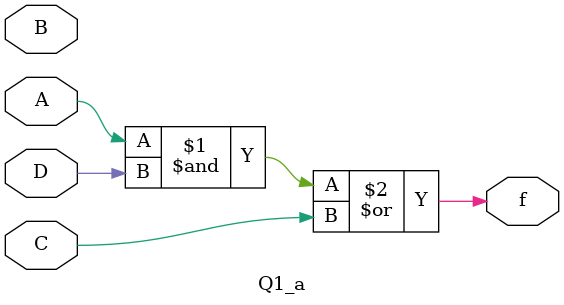
<source format=v>
module Q1_a(A, B, C, D, f);
input A, B, C, D;
output f;
assign f = (A&D)|C;
endmodule

</source>
